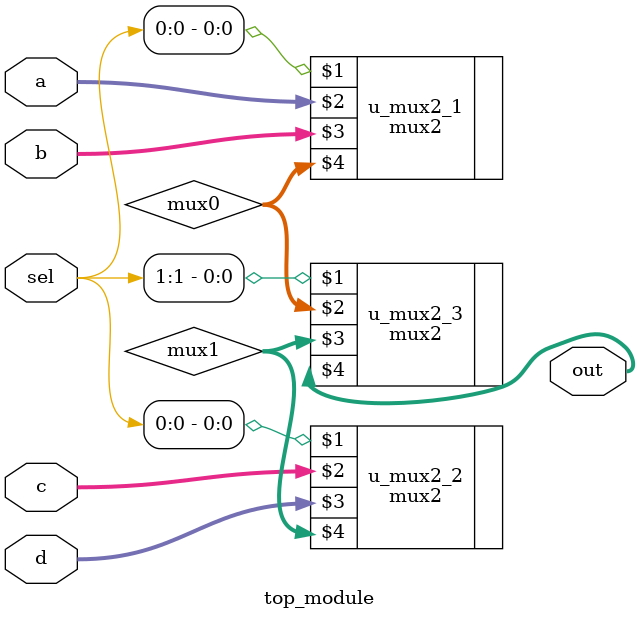
<source format=v>
module top_module (
    input [1:0] sel,
    input [7:0] a,
    input [7:0] b,
    input [7:0] c,
    input [7:0] d,
    output [7:0] out  ); //

    wire [7:0] mux0;
    wire [7:0] mux1;
    
    mux2 u_mux2_1 ( sel[0],    a,    b, mux0 );
    mux2 u_mux2_2 ( sel[0],    c,    d, mux1 );
    mux2 u_mux2_3 ( sel[1], mux0, mux1,  out );


endmodule

</source>
